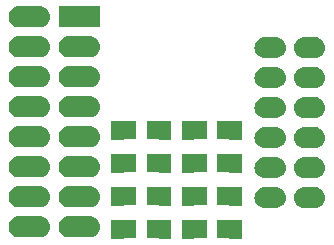
<source format=gbr>
G04 #@! TF.GenerationSoftware,KiCad,Pcbnew,5.1.5-52549c5~84~ubuntu19.10.1*
G04 #@! TF.CreationDate,2020-04-09T07:07:28-07:00*
G04 #@! TF.ProjectId,hub-75-pmod,6875622d-3735-42d7-906d-6f642e6b6963,rev?*
G04 #@! TF.SameCoordinates,PX2857260PY1dea728*
G04 #@! TF.FileFunction,Soldermask,Bot*
G04 #@! TF.FilePolarity,Negative*
%FSLAX46Y46*%
G04 Gerber Fmt 4.6, Leading zero omitted, Abs format (unit mm)*
G04 Created by KiCad (PCBNEW 5.1.5-52549c5~84~ubuntu19.10.1) date 2020-04-09 07:07:28*
%MOMM*%
%LPD*%
G04 APERTURE LIST*
%ADD10C,0.100000*%
G04 APERTURE END LIST*
D10*
G36*
X15899999Y-19011737D02*
G01*
X15909608Y-19014652D01*
X15918472Y-19019390D01*
X15935370Y-19033258D01*
X15935459Y-19033347D01*
X15935571Y-19033423D01*
X15935757Y-19033575D01*
X15935771Y-19033557D01*
X15955786Y-19047033D01*
X15978392Y-19056489D01*
X16002408Y-19061354D01*
X16015097Y-19062000D01*
X16940000Y-19062000D01*
X16940000Y-20562000D01*
X16015089Y-20562000D01*
X15990703Y-20564402D01*
X15967254Y-20571515D01*
X15945643Y-20583066D01*
X15935690Y-20590456D01*
X15926275Y-20598199D01*
X15918516Y-20604581D01*
X15909661Y-20609326D01*
X15906623Y-20610251D01*
X15900085Y-20612242D01*
X15900082Y-20612242D01*
X15900050Y-20612252D01*
X15890000Y-20613247D01*
X15889935Y-20613247D01*
X15883825Y-20613852D01*
X14896140Y-20613852D01*
X14880001Y-20612263D01*
X14870392Y-20609348D01*
X14861528Y-20604610D01*
X14853763Y-20598237D01*
X14847390Y-20590472D01*
X14842652Y-20581608D01*
X14839737Y-20571999D01*
X14838148Y-20555860D01*
X14838148Y-19068140D01*
X14839737Y-19052001D01*
X14842652Y-19042392D01*
X14847390Y-19033528D01*
X14853763Y-19025763D01*
X14861528Y-19019390D01*
X14870392Y-19014652D01*
X14880001Y-19011737D01*
X14896140Y-19010148D01*
X15883860Y-19010148D01*
X15899999Y-19011737D01*
G37*
G36*
X13930999Y-19011737D02*
G01*
X13940608Y-19014652D01*
X13949472Y-19019390D01*
X13957237Y-19025763D01*
X13963610Y-19033528D01*
X13968348Y-19042392D01*
X13971263Y-19052001D01*
X13972852Y-19068140D01*
X13972852Y-20555860D01*
X13971263Y-20571999D01*
X13968348Y-20581608D01*
X13963610Y-20590472D01*
X13957237Y-20598237D01*
X13949472Y-20604610D01*
X13940608Y-20609348D01*
X13930999Y-20612263D01*
X13914860Y-20613852D01*
X12927140Y-20613852D01*
X12911001Y-20612263D01*
X12901392Y-20609348D01*
X12892528Y-20604610D01*
X12875630Y-20590742D01*
X12875541Y-20590653D01*
X12875429Y-20590577D01*
X12875243Y-20590425D01*
X12875229Y-20590443D01*
X12855214Y-20576967D01*
X12832608Y-20567511D01*
X12808592Y-20562646D01*
X12795903Y-20562000D01*
X11871000Y-20562000D01*
X11871000Y-19062000D01*
X12795911Y-19062000D01*
X12820297Y-19059598D01*
X12843746Y-19052485D01*
X12865357Y-19040934D01*
X12875310Y-19033544D01*
X12885165Y-19025439D01*
X12892484Y-19019419D01*
X12901339Y-19014674D01*
X12904377Y-19013749D01*
X12910915Y-19011758D01*
X12910918Y-19011758D01*
X12910950Y-19011748D01*
X12921000Y-19010753D01*
X12921065Y-19010753D01*
X12927175Y-19010148D01*
X13914860Y-19010148D01*
X13930999Y-19011737D01*
G37*
G36*
X9930999Y-19011737D02*
G01*
X9940608Y-19014652D01*
X9949472Y-19019390D01*
X9966370Y-19033258D01*
X9966459Y-19033347D01*
X9966571Y-19033423D01*
X9966757Y-19033575D01*
X9966771Y-19033557D01*
X9986786Y-19047033D01*
X10009392Y-19056489D01*
X10033408Y-19061354D01*
X10046097Y-19062000D01*
X10971000Y-19062000D01*
X10971000Y-20562000D01*
X10046089Y-20562000D01*
X10021703Y-20564402D01*
X9998254Y-20571515D01*
X9976643Y-20583066D01*
X9966690Y-20590456D01*
X9957275Y-20598199D01*
X9949516Y-20604581D01*
X9940661Y-20609326D01*
X9937623Y-20610251D01*
X9931085Y-20612242D01*
X9931082Y-20612242D01*
X9931050Y-20612252D01*
X9921000Y-20613247D01*
X9920935Y-20613247D01*
X9914825Y-20613852D01*
X8927140Y-20613852D01*
X8911001Y-20612263D01*
X8901392Y-20609348D01*
X8892528Y-20604610D01*
X8884763Y-20598237D01*
X8878390Y-20590472D01*
X8873652Y-20581608D01*
X8870737Y-20571999D01*
X8869148Y-20555860D01*
X8869148Y-19068140D01*
X8870737Y-19052001D01*
X8873652Y-19042392D01*
X8878390Y-19033528D01*
X8884763Y-19025763D01*
X8892528Y-19019390D01*
X8901392Y-19014652D01*
X8911001Y-19011737D01*
X8927140Y-19010148D01*
X9914860Y-19010148D01*
X9930999Y-19011737D01*
G37*
G36*
X19899999Y-19011737D02*
G01*
X19909608Y-19014652D01*
X19918472Y-19019390D01*
X19926237Y-19025763D01*
X19932610Y-19033528D01*
X19937348Y-19042392D01*
X19940263Y-19052001D01*
X19941852Y-19068140D01*
X19941852Y-20555860D01*
X19940263Y-20571999D01*
X19937348Y-20581608D01*
X19932610Y-20590472D01*
X19926237Y-20598237D01*
X19918472Y-20604610D01*
X19909608Y-20609348D01*
X19899999Y-20612263D01*
X19883860Y-20613852D01*
X18896140Y-20613852D01*
X18880001Y-20612263D01*
X18870392Y-20609348D01*
X18861528Y-20604610D01*
X18844630Y-20590742D01*
X18844541Y-20590653D01*
X18844429Y-20590577D01*
X18844243Y-20590425D01*
X18844229Y-20590443D01*
X18824214Y-20576967D01*
X18801608Y-20567511D01*
X18777592Y-20562646D01*
X18764903Y-20562000D01*
X17840000Y-20562000D01*
X17840000Y-19062000D01*
X18764911Y-19062000D01*
X18789297Y-19059598D01*
X18812746Y-19052485D01*
X18834357Y-19040934D01*
X18844310Y-19033544D01*
X18854165Y-19025439D01*
X18861484Y-19019419D01*
X18870339Y-19014674D01*
X18873377Y-19013749D01*
X18879915Y-19011758D01*
X18879918Y-19011758D01*
X18879950Y-19011748D01*
X18890000Y-19010753D01*
X18890065Y-19010753D01*
X18896175Y-19010148D01*
X19883860Y-19010148D01*
X19899999Y-19011737D01*
G37*
G36*
X2894442Y-18715518D02*
G01*
X2960627Y-18722037D01*
X3130466Y-18773557D01*
X3286991Y-18857222D01*
X3322729Y-18886552D01*
X3424186Y-18969814D01*
X3483748Y-19042392D01*
X3536778Y-19107009D01*
X3620443Y-19263534D01*
X3671963Y-19433373D01*
X3689359Y-19610000D01*
X3671963Y-19786627D01*
X3620443Y-19956466D01*
X3536778Y-20112991D01*
X3507448Y-20148729D01*
X3424186Y-20250186D01*
X3322729Y-20333448D01*
X3286991Y-20362778D01*
X3130466Y-20446443D01*
X2960627Y-20497963D01*
X2894442Y-20504482D01*
X2828260Y-20511000D01*
X1039740Y-20511000D01*
X973558Y-20504482D01*
X907373Y-20497963D01*
X737534Y-20446443D01*
X581009Y-20362778D01*
X545271Y-20333448D01*
X443814Y-20250186D01*
X360552Y-20148729D01*
X331222Y-20112991D01*
X247557Y-19956466D01*
X196037Y-19786627D01*
X178641Y-19610000D01*
X196037Y-19433373D01*
X247557Y-19263534D01*
X331222Y-19107009D01*
X384252Y-19042392D01*
X443814Y-18969814D01*
X545271Y-18886552D01*
X581009Y-18857222D01*
X737534Y-18773557D01*
X907373Y-18722037D01*
X973557Y-18715519D01*
X1039740Y-18709000D01*
X2828260Y-18709000D01*
X2894442Y-18715518D01*
G37*
G36*
X7134442Y-18715518D02*
G01*
X7200627Y-18722037D01*
X7370466Y-18773557D01*
X7526991Y-18857222D01*
X7562729Y-18886552D01*
X7664186Y-18969814D01*
X7723748Y-19042392D01*
X7776778Y-19107009D01*
X7860443Y-19263534D01*
X7911963Y-19433373D01*
X7929359Y-19610000D01*
X7911963Y-19786627D01*
X7860443Y-19956466D01*
X7776778Y-20112991D01*
X7747448Y-20148729D01*
X7664186Y-20250186D01*
X7562729Y-20333448D01*
X7526991Y-20362778D01*
X7370466Y-20446443D01*
X7200627Y-20497963D01*
X7134442Y-20504482D01*
X7068260Y-20511000D01*
X5279740Y-20511000D01*
X5213558Y-20504482D01*
X5147373Y-20497963D01*
X4977534Y-20446443D01*
X4821009Y-20362778D01*
X4785271Y-20333448D01*
X4683814Y-20250186D01*
X4600552Y-20148729D01*
X4571222Y-20112991D01*
X4487557Y-19956466D01*
X4436037Y-19786627D01*
X4418641Y-19610000D01*
X4436037Y-19433373D01*
X4487557Y-19263534D01*
X4571222Y-19107009D01*
X4624252Y-19042392D01*
X4683814Y-18969814D01*
X4785271Y-18886552D01*
X4821009Y-18857222D01*
X4977534Y-18773557D01*
X5147373Y-18722037D01*
X5213557Y-18715519D01*
X5279740Y-18709000D01*
X7068260Y-18709000D01*
X7134442Y-18715518D01*
G37*
G36*
X26194442Y-16250518D02*
G01*
X26260627Y-16257037D01*
X26430466Y-16308557D01*
X26586991Y-16392222D01*
X26622729Y-16421552D01*
X26724186Y-16504814D01*
X26807448Y-16606271D01*
X26836778Y-16642009D01*
X26920443Y-16798534D01*
X26971963Y-16968373D01*
X26989359Y-17145000D01*
X26971963Y-17321627D01*
X26920443Y-17491466D01*
X26836778Y-17647991D01*
X26807448Y-17683729D01*
X26724186Y-17785186D01*
X26622729Y-17868448D01*
X26586991Y-17897778D01*
X26430466Y-17981443D01*
X26260627Y-18032963D01*
X26194442Y-18039482D01*
X26128260Y-18046000D01*
X25199740Y-18046000D01*
X25133558Y-18039482D01*
X25067373Y-18032963D01*
X24897534Y-17981443D01*
X24741009Y-17897778D01*
X24705271Y-17868448D01*
X24603814Y-17785186D01*
X24520552Y-17683729D01*
X24491222Y-17647991D01*
X24407557Y-17491466D01*
X24356037Y-17321627D01*
X24338641Y-17145000D01*
X24356037Y-16968373D01*
X24407557Y-16798534D01*
X24491222Y-16642009D01*
X24520552Y-16606271D01*
X24603814Y-16504814D01*
X24705271Y-16421552D01*
X24741009Y-16392222D01*
X24897534Y-16308557D01*
X25067373Y-16257037D01*
X25133557Y-16250519D01*
X25199740Y-16244000D01*
X26128260Y-16244000D01*
X26194442Y-16250518D01*
G37*
G36*
X22854442Y-16250518D02*
G01*
X22920627Y-16257037D01*
X23090466Y-16308557D01*
X23246991Y-16392222D01*
X23282729Y-16421552D01*
X23384186Y-16504814D01*
X23467448Y-16606271D01*
X23496778Y-16642009D01*
X23580443Y-16798534D01*
X23631963Y-16968373D01*
X23649359Y-17145000D01*
X23631963Y-17321627D01*
X23580443Y-17491466D01*
X23496778Y-17647991D01*
X23467448Y-17683729D01*
X23384186Y-17785186D01*
X23282729Y-17868448D01*
X23246991Y-17897778D01*
X23090466Y-17981443D01*
X22920627Y-18032963D01*
X22854442Y-18039482D01*
X22788260Y-18046000D01*
X21859740Y-18046000D01*
X21793558Y-18039482D01*
X21727373Y-18032963D01*
X21557534Y-17981443D01*
X21401009Y-17897778D01*
X21365271Y-17868448D01*
X21263814Y-17785186D01*
X21180552Y-17683729D01*
X21151222Y-17647991D01*
X21067557Y-17491466D01*
X21016037Y-17321627D01*
X20998641Y-17145000D01*
X21016037Y-16968373D01*
X21067557Y-16798534D01*
X21151222Y-16642009D01*
X21180552Y-16606271D01*
X21263814Y-16504814D01*
X21365271Y-16421552D01*
X21401009Y-16392222D01*
X21557534Y-16308557D01*
X21727373Y-16257037D01*
X21793557Y-16250519D01*
X21859740Y-16244000D01*
X22788260Y-16244000D01*
X22854442Y-16250518D01*
G37*
G36*
X7134442Y-16175518D02*
G01*
X7200627Y-16182037D01*
X7370466Y-16233557D01*
X7370468Y-16233558D01*
X7398215Y-16248389D01*
X7526991Y-16317222D01*
X7562729Y-16346552D01*
X7664186Y-16429814D01*
X7747448Y-16531271D01*
X7776778Y-16567009D01*
X7860443Y-16723534D01*
X7911963Y-16893373D01*
X7929359Y-17070000D01*
X7911963Y-17246627D01*
X7860443Y-17416466D01*
X7776778Y-17572991D01*
X7747448Y-17608729D01*
X7664186Y-17710186D01*
X7569842Y-17787611D01*
X7526991Y-17822778D01*
X7370466Y-17906443D01*
X7200627Y-17957963D01*
X7134443Y-17964481D01*
X7068260Y-17971000D01*
X5279740Y-17971000D01*
X5213558Y-17964482D01*
X5147373Y-17957963D01*
X4977534Y-17906443D01*
X4821009Y-17822778D01*
X4778158Y-17787611D01*
X4683814Y-17710186D01*
X4600552Y-17608729D01*
X4571222Y-17572991D01*
X4487557Y-17416466D01*
X4436037Y-17246627D01*
X4418641Y-17070000D01*
X4436037Y-16893373D01*
X4487557Y-16723534D01*
X4571222Y-16567009D01*
X4600552Y-16531271D01*
X4683814Y-16429814D01*
X4785271Y-16346552D01*
X4821009Y-16317222D01*
X4949785Y-16248389D01*
X4977532Y-16233558D01*
X4977534Y-16233557D01*
X5147373Y-16182037D01*
X5213558Y-16175518D01*
X5279740Y-16169000D01*
X7068260Y-16169000D01*
X7134442Y-16175518D01*
G37*
G36*
X2894442Y-16175518D02*
G01*
X2960627Y-16182037D01*
X3130466Y-16233557D01*
X3130468Y-16233558D01*
X3158215Y-16248389D01*
X3286991Y-16317222D01*
X3322729Y-16346552D01*
X3424186Y-16429814D01*
X3507448Y-16531271D01*
X3536778Y-16567009D01*
X3620443Y-16723534D01*
X3671963Y-16893373D01*
X3689359Y-17070000D01*
X3671963Y-17246627D01*
X3620443Y-17416466D01*
X3536778Y-17572991D01*
X3507448Y-17608729D01*
X3424186Y-17710186D01*
X3329842Y-17787611D01*
X3286991Y-17822778D01*
X3130466Y-17906443D01*
X2960627Y-17957963D01*
X2894443Y-17964481D01*
X2828260Y-17971000D01*
X1039740Y-17971000D01*
X973558Y-17964482D01*
X907373Y-17957963D01*
X737534Y-17906443D01*
X581009Y-17822778D01*
X538158Y-17787611D01*
X443814Y-17710186D01*
X360552Y-17608729D01*
X331222Y-17572991D01*
X247557Y-17416466D01*
X196037Y-17246627D01*
X178641Y-17070000D01*
X196037Y-16893373D01*
X247557Y-16723534D01*
X331222Y-16567009D01*
X360552Y-16531271D01*
X443814Y-16429814D01*
X545271Y-16346552D01*
X581009Y-16317222D01*
X709785Y-16248389D01*
X737532Y-16233558D01*
X737534Y-16233557D01*
X907373Y-16182037D01*
X973558Y-16175518D01*
X1039740Y-16169000D01*
X2828260Y-16169000D01*
X2894442Y-16175518D01*
G37*
G36*
X9930999Y-16217737D02*
G01*
X9940608Y-16220652D01*
X9949472Y-16225390D01*
X9966370Y-16239258D01*
X9966459Y-16239347D01*
X9966571Y-16239423D01*
X9966757Y-16239575D01*
X9966771Y-16239557D01*
X9986786Y-16253033D01*
X10009392Y-16262489D01*
X10033408Y-16267354D01*
X10046097Y-16268000D01*
X10971000Y-16268000D01*
X10971000Y-17768000D01*
X10046089Y-17768000D01*
X10021703Y-17770402D01*
X9998254Y-17777515D01*
X9976643Y-17789066D01*
X9966690Y-17796456D01*
X9957275Y-17804199D01*
X9949516Y-17810581D01*
X9940661Y-17815326D01*
X9937623Y-17816251D01*
X9931085Y-17818242D01*
X9931082Y-17818242D01*
X9931050Y-17818252D01*
X9921000Y-17819247D01*
X9920935Y-17819247D01*
X9914825Y-17819852D01*
X8927140Y-17819852D01*
X8911001Y-17818263D01*
X8901392Y-17815348D01*
X8892528Y-17810610D01*
X8884763Y-17804237D01*
X8878390Y-17796472D01*
X8873652Y-17787608D01*
X8870737Y-17777999D01*
X8869148Y-17761860D01*
X8869148Y-16274140D01*
X8870737Y-16258001D01*
X8873652Y-16248392D01*
X8878390Y-16239528D01*
X8884763Y-16231763D01*
X8892528Y-16225390D01*
X8901392Y-16220652D01*
X8911001Y-16217737D01*
X8927140Y-16216148D01*
X9914860Y-16216148D01*
X9930999Y-16217737D01*
G37*
G36*
X19899999Y-16217737D02*
G01*
X19909608Y-16220652D01*
X19918472Y-16225390D01*
X19926237Y-16231763D01*
X19932610Y-16239528D01*
X19937348Y-16248392D01*
X19940263Y-16258001D01*
X19941852Y-16274140D01*
X19941852Y-17761860D01*
X19940263Y-17777999D01*
X19937348Y-17787608D01*
X19932610Y-17796472D01*
X19926237Y-17804237D01*
X19918472Y-17810610D01*
X19909608Y-17815348D01*
X19899999Y-17818263D01*
X19883860Y-17819852D01*
X18896140Y-17819852D01*
X18880001Y-17818263D01*
X18870392Y-17815348D01*
X18861528Y-17810610D01*
X18844630Y-17796742D01*
X18844541Y-17796653D01*
X18844429Y-17796577D01*
X18844243Y-17796425D01*
X18844229Y-17796443D01*
X18824214Y-17782967D01*
X18801608Y-17773511D01*
X18777592Y-17768646D01*
X18764903Y-17768000D01*
X17840000Y-17768000D01*
X17840000Y-16268000D01*
X18764911Y-16268000D01*
X18789297Y-16265598D01*
X18812746Y-16258485D01*
X18834357Y-16246934D01*
X18844310Y-16239544D01*
X18854165Y-16231439D01*
X18861484Y-16225419D01*
X18870339Y-16220674D01*
X18873377Y-16219749D01*
X18879915Y-16217758D01*
X18879918Y-16217758D01*
X18879950Y-16217748D01*
X18890000Y-16216753D01*
X18890065Y-16216753D01*
X18896175Y-16216148D01*
X19883860Y-16216148D01*
X19899999Y-16217737D01*
G37*
G36*
X13930999Y-16217737D02*
G01*
X13940608Y-16220652D01*
X13949472Y-16225390D01*
X13957237Y-16231763D01*
X13963610Y-16239528D01*
X13968348Y-16248392D01*
X13971263Y-16258001D01*
X13972852Y-16274140D01*
X13972852Y-17761860D01*
X13971263Y-17777999D01*
X13968348Y-17787608D01*
X13963610Y-17796472D01*
X13957237Y-17804237D01*
X13949472Y-17810610D01*
X13940608Y-17815348D01*
X13930999Y-17818263D01*
X13914860Y-17819852D01*
X12927140Y-17819852D01*
X12911001Y-17818263D01*
X12901392Y-17815348D01*
X12892528Y-17810610D01*
X12875630Y-17796742D01*
X12875541Y-17796653D01*
X12875429Y-17796577D01*
X12875243Y-17796425D01*
X12875229Y-17796443D01*
X12855214Y-17782967D01*
X12832608Y-17773511D01*
X12808592Y-17768646D01*
X12795903Y-17768000D01*
X11871000Y-17768000D01*
X11871000Y-16268000D01*
X12795911Y-16268000D01*
X12820297Y-16265598D01*
X12843746Y-16258485D01*
X12865357Y-16246934D01*
X12875310Y-16239544D01*
X12885165Y-16231439D01*
X12892484Y-16225419D01*
X12901339Y-16220674D01*
X12904377Y-16219749D01*
X12910915Y-16217758D01*
X12910918Y-16217758D01*
X12910950Y-16217748D01*
X12921000Y-16216753D01*
X12921065Y-16216753D01*
X12927175Y-16216148D01*
X13914860Y-16216148D01*
X13930999Y-16217737D01*
G37*
G36*
X15899999Y-16217737D02*
G01*
X15909608Y-16220652D01*
X15918472Y-16225390D01*
X15935370Y-16239258D01*
X15935459Y-16239347D01*
X15935571Y-16239423D01*
X15935757Y-16239575D01*
X15935771Y-16239557D01*
X15955786Y-16253033D01*
X15978392Y-16262489D01*
X16002408Y-16267354D01*
X16015097Y-16268000D01*
X16940000Y-16268000D01*
X16940000Y-17768000D01*
X16015089Y-17768000D01*
X15990703Y-17770402D01*
X15967254Y-17777515D01*
X15945643Y-17789066D01*
X15935690Y-17796456D01*
X15926275Y-17804199D01*
X15918516Y-17810581D01*
X15909661Y-17815326D01*
X15906623Y-17816251D01*
X15900085Y-17818242D01*
X15900082Y-17818242D01*
X15900050Y-17818252D01*
X15890000Y-17819247D01*
X15889935Y-17819247D01*
X15883825Y-17819852D01*
X14896140Y-17819852D01*
X14880001Y-17818263D01*
X14870392Y-17815348D01*
X14861528Y-17810610D01*
X14853763Y-17804237D01*
X14847390Y-17796472D01*
X14842652Y-17787608D01*
X14839737Y-17777999D01*
X14838148Y-17761860D01*
X14838148Y-16274140D01*
X14839737Y-16258001D01*
X14842652Y-16248392D01*
X14847390Y-16239528D01*
X14853763Y-16231763D01*
X14861528Y-16225390D01*
X14870392Y-16220652D01*
X14880001Y-16217737D01*
X14896140Y-16216148D01*
X15883860Y-16216148D01*
X15899999Y-16217737D01*
G37*
G36*
X26194443Y-13710519D02*
G01*
X26260627Y-13717037D01*
X26430466Y-13768557D01*
X26586991Y-13852222D01*
X26622729Y-13881552D01*
X26724186Y-13964814D01*
X26807448Y-14066271D01*
X26836778Y-14102009D01*
X26920443Y-14258534D01*
X26971963Y-14428373D01*
X26989359Y-14605000D01*
X26971963Y-14781627D01*
X26920443Y-14951466D01*
X26836778Y-15107991D01*
X26807448Y-15143729D01*
X26724186Y-15245186D01*
X26622729Y-15328448D01*
X26586991Y-15357778D01*
X26430466Y-15441443D01*
X26260627Y-15492963D01*
X26194442Y-15499482D01*
X26128260Y-15506000D01*
X25199740Y-15506000D01*
X25133558Y-15499482D01*
X25067373Y-15492963D01*
X24897534Y-15441443D01*
X24741009Y-15357778D01*
X24705271Y-15328448D01*
X24603814Y-15245186D01*
X24520552Y-15143729D01*
X24491222Y-15107991D01*
X24407557Y-14951466D01*
X24356037Y-14781627D01*
X24338641Y-14605000D01*
X24356037Y-14428373D01*
X24407557Y-14258534D01*
X24491222Y-14102009D01*
X24520552Y-14066271D01*
X24603814Y-13964814D01*
X24705271Y-13881552D01*
X24741009Y-13852222D01*
X24897534Y-13768557D01*
X25067373Y-13717037D01*
X25133557Y-13710519D01*
X25199740Y-13704000D01*
X26128260Y-13704000D01*
X26194443Y-13710519D01*
G37*
G36*
X22854443Y-13710519D02*
G01*
X22920627Y-13717037D01*
X23090466Y-13768557D01*
X23246991Y-13852222D01*
X23282729Y-13881552D01*
X23384186Y-13964814D01*
X23467448Y-14066271D01*
X23496778Y-14102009D01*
X23580443Y-14258534D01*
X23631963Y-14428373D01*
X23649359Y-14605000D01*
X23631963Y-14781627D01*
X23580443Y-14951466D01*
X23496778Y-15107991D01*
X23467448Y-15143729D01*
X23384186Y-15245186D01*
X23282729Y-15328448D01*
X23246991Y-15357778D01*
X23090466Y-15441443D01*
X22920627Y-15492963D01*
X22854442Y-15499482D01*
X22788260Y-15506000D01*
X21859740Y-15506000D01*
X21793558Y-15499482D01*
X21727373Y-15492963D01*
X21557534Y-15441443D01*
X21401009Y-15357778D01*
X21365271Y-15328448D01*
X21263814Y-15245186D01*
X21180552Y-15143729D01*
X21151222Y-15107991D01*
X21067557Y-14951466D01*
X21016037Y-14781627D01*
X20998641Y-14605000D01*
X21016037Y-14428373D01*
X21067557Y-14258534D01*
X21151222Y-14102009D01*
X21180552Y-14066271D01*
X21263814Y-13964814D01*
X21365271Y-13881552D01*
X21401009Y-13852222D01*
X21557534Y-13768557D01*
X21727373Y-13717037D01*
X21793557Y-13710519D01*
X21859740Y-13704000D01*
X22788260Y-13704000D01*
X22854443Y-13710519D01*
G37*
G36*
X7134442Y-13635518D02*
G01*
X7200627Y-13642037D01*
X7370466Y-13693557D01*
X7526991Y-13777222D01*
X7562729Y-13806552D01*
X7664186Y-13889814D01*
X7747448Y-13991271D01*
X7776778Y-14027009D01*
X7860443Y-14183534D01*
X7911963Y-14353373D01*
X7929359Y-14530000D01*
X7911963Y-14706627D01*
X7860443Y-14876466D01*
X7776778Y-15032991D01*
X7747448Y-15068729D01*
X7664186Y-15170186D01*
X7572798Y-15245185D01*
X7526991Y-15282778D01*
X7370466Y-15366443D01*
X7200627Y-15417963D01*
X7134442Y-15424482D01*
X7068260Y-15431000D01*
X5279740Y-15431000D01*
X5213558Y-15424482D01*
X5147373Y-15417963D01*
X4977534Y-15366443D01*
X4821009Y-15282778D01*
X4775202Y-15245185D01*
X4683814Y-15170186D01*
X4600552Y-15068729D01*
X4571222Y-15032991D01*
X4487557Y-14876466D01*
X4436037Y-14706627D01*
X4418641Y-14530000D01*
X4436037Y-14353373D01*
X4487557Y-14183534D01*
X4571222Y-14027009D01*
X4600552Y-13991271D01*
X4683814Y-13889814D01*
X4785271Y-13806552D01*
X4821009Y-13777222D01*
X4977534Y-13693557D01*
X5147373Y-13642037D01*
X5213558Y-13635518D01*
X5279740Y-13629000D01*
X7068260Y-13629000D01*
X7134442Y-13635518D01*
G37*
G36*
X2894442Y-13635518D02*
G01*
X2960627Y-13642037D01*
X3130466Y-13693557D01*
X3286991Y-13777222D01*
X3322729Y-13806552D01*
X3424186Y-13889814D01*
X3507448Y-13991271D01*
X3536778Y-14027009D01*
X3620443Y-14183534D01*
X3671963Y-14353373D01*
X3689359Y-14530000D01*
X3671963Y-14706627D01*
X3620443Y-14876466D01*
X3536778Y-15032991D01*
X3507448Y-15068729D01*
X3424186Y-15170186D01*
X3332798Y-15245185D01*
X3286991Y-15282778D01*
X3130466Y-15366443D01*
X2960627Y-15417963D01*
X2894442Y-15424482D01*
X2828260Y-15431000D01*
X1039740Y-15431000D01*
X973558Y-15424482D01*
X907373Y-15417963D01*
X737534Y-15366443D01*
X581009Y-15282778D01*
X535202Y-15245185D01*
X443814Y-15170186D01*
X360552Y-15068729D01*
X331222Y-15032991D01*
X247557Y-14876466D01*
X196037Y-14706627D01*
X178641Y-14530000D01*
X196037Y-14353373D01*
X247557Y-14183534D01*
X331222Y-14027009D01*
X360552Y-13991271D01*
X443814Y-13889814D01*
X545271Y-13806552D01*
X581009Y-13777222D01*
X737534Y-13693557D01*
X907373Y-13642037D01*
X973558Y-13635518D01*
X1039740Y-13629000D01*
X2828260Y-13629000D01*
X2894442Y-13635518D01*
G37*
G36*
X15899999Y-13423737D02*
G01*
X15909608Y-13426652D01*
X15918472Y-13431390D01*
X15935370Y-13445258D01*
X15935459Y-13445347D01*
X15935571Y-13445423D01*
X15935757Y-13445575D01*
X15935771Y-13445557D01*
X15955786Y-13459033D01*
X15978392Y-13468489D01*
X16002408Y-13473354D01*
X16015097Y-13474000D01*
X16940000Y-13474000D01*
X16940000Y-14974000D01*
X16015089Y-14974000D01*
X15990703Y-14976402D01*
X15967254Y-14983515D01*
X15945643Y-14995066D01*
X15935690Y-15002456D01*
X15926275Y-15010199D01*
X15918516Y-15016581D01*
X15909661Y-15021326D01*
X15906623Y-15022251D01*
X15900085Y-15024242D01*
X15900082Y-15024242D01*
X15900050Y-15024252D01*
X15890000Y-15025247D01*
X15889935Y-15025247D01*
X15883825Y-15025852D01*
X14896140Y-15025852D01*
X14880001Y-15024263D01*
X14870392Y-15021348D01*
X14861528Y-15016610D01*
X14853763Y-15010237D01*
X14847390Y-15002472D01*
X14842652Y-14993608D01*
X14839737Y-14983999D01*
X14838148Y-14967860D01*
X14838148Y-13480140D01*
X14839737Y-13464001D01*
X14842652Y-13454392D01*
X14847390Y-13445528D01*
X14853763Y-13437763D01*
X14861528Y-13431390D01*
X14870392Y-13426652D01*
X14880001Y-13423737D01*
X14896140Y-13422148D01*
X15883860Y-13422148D01*
X15899999Y-13423737D01*
G37*
G36*
X13930999Y-13423737D02*
G01*
X13940608Y-13426652D01*
X13949472Y-13431390D01*
X13957237Y-13437763D01*
X13963610Y-13445528D01*
X13968348Y-13454392D01*
X13971263Y-13464001D01*
X13972852Y-13480140D01*
X13972852Y-14967860D01*
X13971263Y-14983999D01*
X13968348Y-14993608D01*
X13963610Y-15002472D01*
X13957237Y-15010237D01*
X13949472Y-15016610D01*
X13940608Y-15021348D01*
X13930999Y-15024263D01*
X13914860Y-15025852D01*
X12927140Y-15025852D01*
X12911001Y-15024263D01*
X12901392Y-15021348D01*
X12892528Y-15016610D01*
X12875630Y-15002742D01*
X12875541Y-15002653D01*
X12875429Y-15002577D01*
X12875243Y-15002425D01*
X12875229Y-15002443D01*
X12855214Y-14988967D01*
X12832608Y-14979511D01*
X12808592Y-14974646D01*
X12795903Y-14974000D01*
X11871000Y-14974000D01*
X11871000Y-13474000D01*
X12795911Y-13474000D01*
X12820297Y-13471598D01*
X12843746Y-13464485D01*
X12865357Y-13452934D01*
X12875310Y-13445544D01*
X12885165Y-13437439D01*
X12892484Y-13431419D01*
X12901339Y-13426674D01*
X12904377Y-13425749D01*
X12910915Y-13423758D01*
X12910918Y-13423758D01*
X12910950Y-13423748D01*
X12921000Y-13422753D01*
X12921065Y-13422753D01*
X12927175Y-13422148D01*
X13914860Y-13422148D01*
X13930999Y-13423737D01*
G37*
G36*
X9930999Y-13423737D02*
G01*
X9940608Y-13426652D01*
X9949472Y-13431390D01*
X9966370Y-13445258D01*
X9966459Y-13445347D01*
X9966571Y-13445423D01*
X9966757Y-13445575D01*
X9966771Y-13445557D01*
X9986786Y-13459033D01*
X10009392Y-13468489D01*
X10033408Y-13473354D01*
X10046097Y-13474000D01*
X10971000Y-13474000D01*
X10971000Y-14974000D01*
X10046089Y-14974000D01*
X10021703Y-14976402D01*
X9998254Y-14983515D01*
X9976643Y-14995066D01*
X9966690Y-15002456D01*
X9957275Y-15010199D01*
X9949516Y-15016581D01*
X9940661Y-15021326D01*
X9937623Y-15022251D01*
X9931085Y-15024242D01*
X9931082Y-15024242D01*
X9931050Y-15024252D01*
X9921000Y-15025247D01*
X9920935Y-15025247D01*
X9914825Y-15025852D01*
X8927140Y-15025852D01*
X8911001Y-15024263D01*
X8901392Y-15021348D01*
X8892528Y-15016610D01*
X8884763Y-15010237D01*
X8878390Y-15002472D01*
X8873652Y-14993608D01*
X8870737Y-14983999D01*
X8869148Y-14967860D01*
X8869148Y-13480140D01*
X8870737Y-13464001D01*
X8873652Y-13454392D01*
X8878390Y-13445528D01*
X8884763Y-13437763D01*
X8892528Y-13431390D01*
X8901392Y-13426652D01*
X8911001Y-13423737D01*
X8927140Y-13422148D01*
X9914860Y-13422148D01*
X9930999Y-13423737D01*
G37*
G36*
X19899999Y-13423737D02*
G01*
X19909608Y-13426652D01*
X19918472Y-13431390D01*
X19926237Y-13437763D01*
X19932610Y-13445528D01*
X19937348Y-13454392D01*
X19940263Y-13464001D01*
X19941852Y-13480140D01*
X19941852Y-14967860D01*
X19940263Y-14983999D01*
X19937348Y-14993608D01*
X19932610Y-15002472D01*
X19926237Y-15010237D01*
X19918472Y-15016610D01*
X19909608Y-15021348D01*
X19899999Y-15024263D01*
X19883860Y-15025852D01*
X18896140Y-15025852D01*
X18880001Y-15024263D01*
X18870392Y-15021348D01*
X18861528Y-15016610D01*
X18844630Y-15002742D01*
X18844541Y-15002653D01*
X18844429Y-15002577D01*
X18844243Y-15002425D01*
X18844229Y-15002443D01*
X18824214Y-14988967D01*
X18801608Y-14979511D01*
X18777592Y-14974646D01*
X18764903Y-14974000D01*
X17840000Y-14974000D01*
X17840000Y-13474000D01*
X18764911Y-13474000D01*
X18789297Y-13471598D01*
X18812746Y-13464485D01*
X18834357Y-13452934D01*
X18844310Y-13445544D01*
X18854165Y-13437439D01*
X18861484Y-13431419D01*
X18870339Y-13426674D01*
X18873377Y-13425749D01*
X18879915Y-13423758D01*
X18879918Y-13423758D01*
X18879950Y-13423748D01*
X18890000Y-13422753D01*
X18890065Y-13422753D01*
X18896175Y-13422148D01*
X19883860Y-13422148D01*
X19899999Y-13423737D01*
G37*
G36*
X26194442Y-11170518D02*
G01*
X26260627Y-11177037D01*
X26430466Y-11228557D01*
X26586991Y-11312222D01*
X26622729Y-11341552D01*
X26724186Y-11424814D01*
X26807448Y-11526271D01*
X26836778Y-11562009D01*
X26920443Y-11718534D01*
X26971963Y-11888373D01*
X26989359Y-12065000D01*
X26971963Y-12241627D01*
X26920443Y-12411466D01*
X26836778Y-12567991D01*
X26807448Y-12603729D01*
X26724186Y-12705186D01*
X26622729Y-12788448D01*
X26586991Y-12817778D01*
X26430466Y-12901443D01*
X26260627Y-12952963D01*
X26194442Y-12959482D01*
X26128260Y-12966000D01*
X25199740Y-12966000D01*
X25133558Y-12959482D01*
X25067373Y-12952963D01*
X24897534Y-12901443D01*
X24741009Y-12817778D01*
X24705271Y-12788448D01*
X24603814Y-12705186D01*
X24520552Y-12603729D01*
X24491222Y-12567991D01*
X24407557Y-12411466D01*
X24356037Y-12241627D01*
X24338641Y-12065000D01*
X24356037Y-11888373D01*
X24407557Y-11718534D01*
X24491222Y-11562009D01*
X24520552Y-11526271D01*
X24603814Y-11424814D01*
X24705271Y-11341552D01*
X24741009Y-11312222D01*
X24897534Y-11228557D01*
X25067373Y-11177037D01*
X25133558Y-11170518D01*
X25199740Y-11164000D01*
X26128260Y-11164000D01*
X26194442Y-11170518D01*
G37*
G36*
X22854442Y-11170518D02*
G01*
X22920627Y-11177037D01*
X23090466Y-11228557D01*
X23246991Y-11312222D01*
X23282729Y-11341552D01*
X23384186Y-11424814D01*
X23467448Y-11526271D01*
X23496778Y-11562009D01*
X23580443Y-11718534D01*
X23631963Y-11888373D01*
X23649359Y-12065000D01*
X23631963Y-12241627D01*
X23580443Y-12411466D01*
X23496778Y-12567991D01*
X23467448Y-12603729D01*
X23384186Y-12705186D01*
X23282729Y-12788448D01*
X23246991Y-12817778D01*
X23090466Y-12901443D01*
X22920627Y-12952963D01*
X22854442Y-12959482D01*
X22788260Y-12966000D01*
X21859740Y-12966000D01*
X21793558Y-12959482D01*
X21727373Y-12952963D01*
X21557534Y-12901443D01*
X21401009Y-12817778D01*
X21365271Y-12788448D01*
X21263814Y-12705186D01*
X21180552Y-12603729D01*
X21151222Y-12567991D01*
X21067557Y-12411466D01*
X21016037Y-12241627D01*
X20998641Y-12065000D01*
X21016037Y-11888373D01*
X21067557Y-11718534D01*
X21151222Y-11562009D01*
X21180552Y-11526271D01*
X21263814Y-11424814D01*
X21365271Y-11341552D01*
X21401009Y-11312222D01*
X21557534Y-11228557D01*
X21727373Y-11177037D01*
X21793558Y-11170518D01*
X21859740Y-11164000D01*
X22788260Y-11164000D01*
X22854442Y-11170518D01*
G37*
G36*
X2894442Y-11095518D02*
G01*
X2960627Y-11102037D01*
X3130466Y-11153557D01*
X3286991Y-11237222D01*
X3322729Y-11266552D01*
X3424186Y-11349814D01*
X3506046Y-11449562D01*
X3536778Y-11487009D01*
X3620443Y-11643534D01*
X3671963Y-11813373D01*
X3689359Y-11990000D01*
X3671963Y-12166627D01*
X3620443Y-12336466D01*
X3536778Y-12492991D01*
X3507448Y-12528729D01*
X3424186Y-12630186D01*
X3332798Y-12705185D01*
X3286991Y-12742778D01*
X3130466Y-12826443D01*
X2960627Y-12877963D01*
X2894442Y-12884482D01*
X2828260Y-12891000D01*
X1039740Y-12891000D01*
X973558Y-12884482D01*
X907373Y-12877963D01*
X737534Y-12826443D01*
X581009Y-12742778D01*
X535202Y-12705185D01*
X443814Y-12630186D01*
X360552Y-12528729D01*
X331222Y-12492991D01*
X247557Y-12336466D01*
X196037Y-12166627D01*
X178641Y-11990000D01*
X196037Y-11813373D01*
X247557Y-11643534D01*
X331222Y-11487009D01*
X361954Y-11449562D01*
X443814Y-11349814D01*
X545271Y-11266552D01*
X581009Y-11237222D01*
X737534Y-11153557D01*
X907373Y-11102037D01*
X973558Y-11095518D01*
X1039740Y-11089000D01*
X2828260Y-11089000D01*
X2894442Y-11095518D01*
G37*
G36*
X7134442Y-11095518D02*
G01*
X7200627Y-11102037D01*
X7370466Y-11153557D01*
X7526991Y-11237222D01*
X7562729Y-11266552D01*
X7664186Y-11349814D01*
X7746046Y-11449562D01*
X7776778Y-11487009D01*
X7860443Y-11643534D01*
X7911963Y-11813373D01*
X7929359Y-11990000D01*
X7911963Y-12166627D01*
X7860443Y-12336466D01*
X7776778Y-12492991D01*
X7747448Y-12528729D01*
X7664186Y-12630186D01*
X7572798Y-12705185D01*
X7526991Y-12742778D01*
X7370466Y-12826443D01*
X7200627Y-12877963D01*
X7134442Y-12884482D01*
X7068260Y-12891000D01*
X5279740Y-12891000D01*
X5213558Y-12884482D01*
X5147373Y-12877963D01*
X4977534Y-12826443D01*
X4821009Y-12742778D01*
X4775202Y-12705185D01*
X4683814Y-12630186D01*
X4600552Y-12528729D01*
X4571222Y-12492991D01*
X4487557Y-12336466D01*
X4436037Y-12166627D01*
X4418641Y-11990000D01*
X4436037Y-11813373D01*
X4487557Y-11643534D01*
X4571222Y-11487009D01*
X4601954Y-11449562D01*
X4683814Y-11349814D01*
X4785271Y-11266552D01*
X4821009Y-11237222D01*
X4977534Y-11153557D01*
X5147373Y-11102037D01*
X5213558Y-11095518D01*
X5279740Y-11089000D01*
X7068260Y-11089000D01*
X7134442Y-11095518D01*
G37*
G36*
X13930999Y-10629737D02*
G01*
X13940608Y-10632652D01*
X13949472Y-10637390D01*
X13957237Y-10643763D01*
X13963610Y-10651528D01*
X13968348Y-10660392D01*
X13971263Y-10670001D01*
X13972852Y-10686140D01*
X13972852Y-12173860D01*
X13971263Y-12189999D01*
X13968348Y-12199608D01*
X13963610Y-12208472D01*
X13957237Y-12216237D01*
X13949472Y-12222610D01*
X13940608Y-12227348D01*
X13930999Y-12230263D01*
X13914860Y-12231852D01*
X12927140Y-12231852D01*
X12911001Y-12230263D01*
X12901392Y-12227348D01*
X12892528Y-12222610D01*
X12875630Y-12208742D01*
X12875541Y-12208653D01*
X12875429Y-12208577D01*
X12875243Y-12208425D01*
X12875229Y-12208443D01*
X12855214Y-12194967D01*
X12832608Y-12185511D01*
X12808592Y-12180646D01*
X12795903Y-12180000D01*
X11871000Y-12180000D01*
X11871000Y-10680000D01*
X12795911Y-10680000D01*
X12820297Y-10677598D01*
X12843746Y-10670485D01*
X12865357Y-10658934D01*
X12875310Y-10651544D01*
X12885165Y-10643439D01*
X12892484Y-10637419D01*
X12901339Y-10632674D01*
X12904377Y-10631749D01*
X12910915Y-10629758D01*
X12910918Y-10629758D01*
X12910950Y-10629748D01*
X12921000Y-10628753D01*
X12921065Y-10628753D01*
X12927175Y-10628148D01*
X13914860Y-10628148D01*
X13930999Y-10629737D01*
G37*
G36*
X9930999Y-10629737D02*
G01*
X9940608Y-10632652D01*
X9949472Y-10637390D01*
X9966370Y-10651258D01*
X9966459Y-10651347D01*
X9966571Y-10651423D01*
X9966757Y-10651575D01*
X9966771Y-10651557D01*
X9986786Y-10665033D01*
X10009392Y-10674489D01*
X10033408Y-10679354D01*
X10046097Y-10680000D01*
X10971000Y-10680000D01*
X10971000Y-12180000D01*
X10046089Y-12180000D01*
X10021703Y-12182402D01*
X9998254Y-12189515D01*
X9976643Y-12201066D01*
X9966690Y-12208456D01*
X9957275Y-12216199D01*
X9949516Y-12222581D01*
X9940661Y-12227326D01*
X9937623Y-12228251D01*
X9931085Y-12230242D01*
X9931082Y-12230242D01*
X9931050Y-12230252D01*
X9921000Y-12231247D01*
X9920935Y-12231247D01*
X9914825Y-12231852D01*
X8927140Y-12231852D01*
X8911001Y-12230263D01*
X8901392Y-12227348D01*
X8892528Y-12222610D01*
X8884763Y-12216237D01*
X8878390Y-12208472D01*
X8873652Y-12199608D01*
X8870737Y-12189999D01*
X8869148Y-12173860D01*
X8869148Y-10686140D01*
X8870737Y-10670001D01*
X8873652Y-10660392D01*
X8878390Y-10651528D01*
X8884763Y-10643763D01*
X8892528Y-10637390D01*
X8901392Y-10632652D01*
X8911001Y-10629737D01*
X8927140Y-10628148D01*
X9914860Y-10628148D01*
X9930999Y-10629737D01*
G37*
G36*
X15899999Y-10629737D02*
G01*
X15909608Y-10632652D01*
X15918472Y-10637390D01*
X15935370Y-10651258D01*
X15935459Y-10651347D01*
X15935571Y-10651423D01*
X15935757Y-10651575D01*
X15935771Y-10651557D01*
X15955786Y-10665033D01*
X15978392Y-10674489D01*
X16002408Y-10679354D01*
X16015097Y-10680000D01*
X16940000Y-10680000D01*
X16940000Y-12180000D01*
X16015089Y-12180000D01*
X15990703Y-12182402D01*
X15967254Y-12189515D01*
X15945643Y-12201066D01*
X15935690Y-12208456D01*
X15926275Y-12216199D01*
X15918516Y-12222581D01*
X15909661Y-12227326D01*
X15906623Y-12228251D01*
X15900085Y-12230242D01*
X15900082Y-12230242D01*
X15900050Y-12230252D01*
X15890000Y-12231247D01*
X15889935Y-12231247D01*
X15883825Y-12231852D01*
X14896140Y-12231852D01*
X14880001Y-12230263D01*
X14870392Y-12227348D01*
X14861528Y-12222610D01*
X14853763Y-12216237D01*
X14847390Y-12208472D01*
X14842652Y-12199608D01*
X14839737Y-12189999D01*
X14838148Y-12173860D01*
X14838148Y-10686140D01*
X14839737Y-10670001D01*
X14842652Y-10660392D01*
X14847390Y-10651528D01*
X14853763Y-10643763D01*
X14861528Y-10637390D01*
X14870392Y-10632652D01*
X14880001Y-10629737D01*
X14896140Y-10628148D01*
X15883860Y-10628148D01*
X15899999Y-10629737D01*
G37*
G36*
X19899999Y-10629737D02*
G01*
X19909608Y-10632652D01*
X19918472Y-10637390D01*
X19926237Y-10643763D01*
X19932610Y-10651528D01*
X19937348Y-10660392D01*
X19940263Y-10670001D01*
X19941852Y-10686140D01*
X19941852Y-12173860D01*
X19940263Y-12189999D01*
X19937348Y-12199608D01*
X19932610Y-12208472D01*
X19926237Y-12216237D01*
X19918472Y-12222610D01*
X19909608Y-12227348D01*
X19899999Y-12230263D01*
X19883860Y-12231852D01*
X18896140Y-12231852D01*
X18880001Y-12230263D01*
X18870392Y-12227348D01*
X18861528Y-12222610D01*
X18844630Y-12208742D01*
X18844541Y-12208653D01*
X18844429Y-12208577D01*
X18844243Y-12208425D01*
X18844229Y-12208443D01*
X18824214Y-12194967D01*
X18801608Y-12185511D01*
X18777592Y-12180646D01*
X18764903Y-12180000D01*
X17840000Y-12180000D01*
X17840000Y-10680000D01*
X18764911Y-10680000D01*
X18789297Y-10677598D01*
X18812746Y-10670485D01*
X18834357Y-10658934D01*
X18844310Y-10651544D01*
X18854165Y-10643439D01*
X18861484Y-10637419D01*
X18870339Y-10632674D01*
X18873377Y-10631749D01*
X18879915Y-10629758D01*
X18879918Y-10629758D01*
X18879950Y-10629748D01*
X18890000Y-10628753D01*
X18890065Y-10628753D01*
X18896175Y-10628148D01*
X19883860Y-10628148D01*
X19899999Y-10629737D01*
G37*
G36*
X26194443Y-8630519D02*
G01*
X26260627Y-8637037D01*
X26430466Y-8688557D01*
X26586991Y-8772222D01*
X26622729Y-8801552D01*
X26724186Y-8884814D01*
X26807448Y-8986271D01*
X26836778Y-9022009D01*
X26920443Y-9178534D01*
X26971963Y-9348373D01*
X26989359Y-9525000D01*
X26971963Y-9701627D01*
X26920443Y-9871466D01*
X26836778Y-10027991D01*
X26807448Y-10063729D01*
X26724186Y-10165186D01*
X26622729Y-10248448D01*
X26586991Y-10277778D01*
X26430466Y-10361443D01*
X26260627Y-10412963D01*
X26194443Y-10419481D01*
X26128260Y-10426000D01*
X25199740Y-10426000D01*
X25133557Y-10419481D01*
X25067373Y-10412963D01*
X24897534Y-10361443D01*
X24741009Y-10277778D01*
X24705271Y-10248448D01*
X24603814Y-10165186D01*
X24520552Y-10063729D01*
X24491222Y-10027991D01*
X24407557Y-9871466D01*
X24356037Y-9701627D01*
X24338641Y-9525000D01*
X24356037Y-9348373D01*
X24407557Y-9178534D01*
X24491222Y-9022009D01*
X24520552Y-8986271D01*
X24603814Y-8884814D01*
X24705271Y-8801552D01*
X24741009Y-8772222D01*
X24897534Y-8688557D01*
X25067373Y-8637037D01*
X25133557Y-8630519D01*
X25199740Y-8624000D01*
X26128260Y-8624000D01*
X26194443Y-8630519D01*
G37*
G36*
X22854443Y-8630519D02*
G01*
X22920627Y-8637037D01*
X23090466Y-8688557D01*
X23246991Y-8772222D01*
X23282729Y-8801552D01*
X23384186Y-8884814D01*
X23467448Y-8986271D01*
X23496778Y-9022009D01*
X23580443Y-9178534D01*
X23631963Y-9348373D01*
X23649359Y-9525000D01*
X23631963Y-9701627D01*
X23580443Y-9871466D01*
X23496778Y-10027991D01*
X23467448Y-10063729D01*
X23384186Y-10165186D01*
X23282729Y-10248448D01*
X23246991Y-10277778D01*
X23090466Y-10361443D01*
X22920627Y-10412963D01*
X22854443Y-10419481D01*
X22788260Y-10426000D01*
X21859740Y-10426000D01*
X21793557Y-10419481D01*
X21727373Y-10412963D01*
X21557534Y-10361443D01*
X21401009Y-10277778D01*
X21365271Y-10248448D01*
X21263814Y-10165186D01*
X21180552Y-10063729D01*
X21151222Y-10027991D01*
X21067557Y-9871466D01*
X21016037Y-9701627D01*
X20998641Y-9525000D01*
X21016037Y-9348373D01*
X21067557Y-9178534D01*
X21151222Y-9022009D01*
X21180552Y-8986271D01*
X21263814Y-8884814D01*
X21365271Y-8801552D01*
X21401009Y-8772222D01*
X21557534Y-8688557D01*
X21727373Y-8637037D01*
X21793557Y-8630519D01*
X21859740Y-8624000D01*
X22788260Y-8624000D01*
X22854443Y-8630519D01*
G37*
G36*
X2894442Y-8555518D02*
G01*
X2960627Y-8562037D01*
X3130466Y-8613557D01*
X3286991Y-8697222D01*
X3322729Y-8726552D01*
X3424186Y-8809814D01*
X3507448Y-8911271D01*
X3536778Y-8947009D01*
X3620443Y-9103534D01*
X3671963Y-9273373D01*
X3689359Y-9450000D01*
X3671963Y-9626627D01*
X3620443Y-9796466D01*
X3536778Y-9952991D01*
X3507448Y-9988729D01*
X3424186Y-10090186D01*
X3332798Y-10165185D01*
X3286991Y-10202778D01*
X3130466Y-10286443D01*
X2960627Y-10337963D01*
X2894443Y-10344481D01*
X2828260Y-10351000D01*
X1039740Y-10351000D01*
X973557Y-10344481D01*
X907373Y-10337963D01*
X737534Y-10286443D01*
X581009Y-10202778D01*
X535202Y-10165185D01*
X443814Y-10090186D01*
X360552Y-9988729D01*
X331222Y-9952991D01*
X247557Y-9796466D01*
X196037Y-9626627D01*
X178641Y-9450000D01*
X196037Y-9273373D01*
X247557Y-9103534D01*
X331222Y-8947009D01*
X360552Y-8911271D01*
X443814Y-8809814D01*
X545271Y-8726552D01*
X581009Y-8697222D01*
X737534Y-8613557D01*
X907373Y-8562037D01*
X973558Y-8555518D01*
X1039740Y-8549000D01*
X2828260Y-8549000D01*
X2894442Y-8555518D01*
G37*
G36*
X7134442Y-8555518D02*
G01*
X7200627Y-8562037D01*
X7370466Y-8613557D01*
X7526991Y-8697222D01*
X7562729Y-8726552D01*
X7664186Y-8809814D01*
X7747448Y-8911271D01*
X7776778Y-8947009D01*
X7860443Y-9103534D01*
X7911963Y-9273373D01*
X7929359Y-9450000D01*
X7911963Y-9626627D01*
X7860443Y-9796466D01*
X7776778Y-9952991D01*
X7747448Y-9988729D01*
X7664186Y-10090186D01*
X7572798Y-10165185D01*
X7526991Y-10202778D01*
X7370466Y-10286443D01*
X7200627Y-10337963D01*
X7134443Y-10344481D01*
X7068260Y-10351000D01*
X5279740Y-10351000D01*
X5213557Y-10344481D01*
X5147373Y-10337963D01*
X4977534Y-10286443D01*
X4821009Y-10202778D01*
X4775202Y-10165185D01*
X4683814Y-10090186D01*
X4600552Y-9988729D01*
X4571222Y-9952991D01*
X4487557Y-9796466D01*
X4436037Y-9626627D01*
X4418641Y-9450000D01*
X4436037Y-9273373D01*
X4487557Y-9103534D01*
X4571222Y-8947009D01*
X4600552Y-8911271D01*
X4683814Y-8809814D01*
X4785271Y-8726552D01*
X4821009Y-8697222D01*
X4977534Y-8613557D01*
X5147373Y-8562037D01*
X5213558Y-8555518D01*
X5279740Y-8549000D01*
X7068260Y-8549000D01*
X7134442Y-8555518D01*
G37*
G36*
X22854442Y-6090518D02*
G01*
X22920627Y-6097037D01*
X23090466Y-6148557D01*
X23246991Y-6232222D01*
X23282729Y-6261552D01*
X23384186Y-6344814D01*
X23467448Y-6446271D01*
X23496778Y-6482009D01*
X23580443Y-6638534D01*
X23631963Y-6808373D01*
X23649359Y-6985000D01*
X23631963Y-7161627D01*
X23580443Y-7331466D01*
X23496778Y-7487991D01*
X23467448Y-7523729D01*
X23384186Y-7625186D01*
X23282729Y-7708448D01*
X23246991Y-7737778D01*
X23090466Y-7821443D01*
X22920627Y-7872963D01*
X22854442Y-7879482D01*
X22788260Y-7886000D01*
X21859740Y-7886000D01*
X21793558Y-7879482D01*
X21727373Y-7872963D01*
X21557534Y-7821443D01*
X21401009Y-7737778D01*
X21365271Y-7708448D01*
X21263814Y-7625186D01*
X21180552Y-7523729D01*
X21151222Y-7487991D01*
X21067557Y-7331466D01*
X21016037Y-7161627D01*
X20998641Y-6985000D01*
X21016037Y-6808373D01*
X21067557Y-6638534D01*
X21151222Y-6482009D01*
X21180552Y-6446271D01*
X21263814Y-6344814D01*
X21365271Y-6261552D01*
X21401009Y-6232222D01*
X21557534Y-6148557D01*
X21727373Y-6097037D01*
X21793558Y-6090518D01*
X21859740Y-6084000D01*
X22788260Y-6084000D01*
X22854442Y-6090518D01*
G37*
G36*
X26194442Y-6090518D02*
G01*
X26260627Y-6097037D01*
X26430466Y-6148557D01*
X26586991Y-6232222D01*
X26622729Y-6261552D01*
X26724186Y-6344814D01*
X26807448Y-6446271D01*
X26836778Y-6482009D01*
X26920443Y-6638534D01*
X26971963Y-6808373D01*
X26989359Y-6985000D01*
X26971963Y-7161627D01*
X26920443Y-7331466D01*
X26836778Y-7487991D01*
X26807448Y-7523729D01*
X26724186Y-7625186D01*
X26622729Y-7708448D01*
X26586991Y-7737778D01*
X26430466Y-7821443D01*
X26260627Y-7872963D01*
X26194442Y-7879482D01*
X26128260Y-7886000D01*
X25199740Y-7886000D01*
X25133558Y-7879482D01*
X25067373Y-7872963D01*
X24897534Y-7821443D01*
X24741009Y-7737778D01*
X24705271Y-7708448D01*
X24603814Y-7625186D01*
X24520552Y-7523729D01*
X24491222Y-7487991D01*
X24407557Y-7331466D01*
X24356037Y-7161627D01*
X24338641Y-6985000D01*
X24356037Y-6808373D01*
X24407557Y-6638534D01*
X24491222Y-6482009D01*
X24520552Y-6446271D01*
X24603814Y-6344814D01*
X24705271Y-6261552D01*
X24741009Y-6232222D01*
X24897534Y-6148557D01*
X25067373Y-6097037D01*
X25133558Y-6090518D01*
X25199740Y-6084000D01*
X26128260Y-6084000D01*
X26194442Y-6090518D01*
G37*
G36*
X7134443Y-6015519D02*
G01*
X7200627Y-6022037D01*
X7370466Y-6073557D01*
X7526991Y-6157222D01*
X7562729Y-6186552D01*
X7664186Y-6269814D01*
X7747448Y-6371271D01*
X7776778Y-6407009D01*
X7860443Y-6563534D01*
X7911963Y-6733373D01*
X7929359Y-6910000D01*
X7911963Y-7086627D01*
X7860443Y-7256466D01*
X7776778Y-7412991D01*
X7747448Y-7448729D01*
X7664186Y-7550186D01*
X7572798Y-7625185D01*
X7526991Y-7662778D01*
X7370466Y-7746443D01*
X7200627Y-7797963D01*
X7134442Y-7804482D01*
X7068260Y-7811000D01*
X5279740Y-7811000D01*
X5213558Y-7804482D01*
X5147373Y-7797963D01*
X4977534Y-7746443D01*
X4821009Y-7662778D01*
X4775202Y-7625185D01*
X4683814Y-7550186D01*
X4600552Y-7448729D01*
X4571222Y-7412991D01*
X4487557Y-7256466D01*
X4436037Y-7086627D01*
X4418641Y-6910000D01*
X4436037Y-6733373D01*
X4487557Y-6563534D01*
X4571222Y-6407009D01*
X4600552Y-6371271D01*
X4683814Y-6269814D01*
X4785271Y-6186552D01*
X4821009Y-6157222D01*
X4977534Y-6073557D01*
X5147373Y-6022037D01*
X5213557Y-6015519D01*
X5279740Y-6009000D01*
X7068260Y-6009000D01*
X7134443Y-6015519D01*
G37*
G36*
X2894443Y-6015519D02*
G01*
X2960627Y-6022037D01*
X3130466Y-6073557D01*
X3286991Y-6157222D01*
X3322729Y-6186552D01*
X3424186Y-6269814D01*
X3507448Y-6371271D01*
X3536778Y-6407009D01*
X3620443Y-6563534D01*
X3671963Y-6733373D01*
X3689359Y-6910000D01*
X3671963Y-7086627D01*
X3620443Y-7256466D01*
X3536778Y-7412991D01*
X3507448Y-7448729D01*
X3424186Y-7550186D01*
X3332798Y-7625185D01*
X3286991Y-7662778D01*
X3130466Y-7746443D01*
X2960627Y-7797963D01*
X2894442Y-7804482D01*
X2828260Y-7811000D01*
X1039740Y-7811000D01*
X973558Y-7804482D01*
X907373Y-7797963D01*
X737534Y-7746443D01*
X581009Y-7662778D01*
X535202Y-7625185D01*
X443814Y-7550186D01*
X360552Y-7448729D01*
X331222Y-7412991D01*
X247557Y-7256466D01*
X196037Y-7086627D01*
X178641Y-6910000D01*
X196037Y-6733373D01*
X247557Y-6563534D01*
X331222Y-6407009D01*
X360552Y-6371271D01*
X443814Y-6269814D01*
X545271Y-6186552D01*
X581009Y-6157222D01*
X737534Y-6073557D01*
X907373Y-6022037D01*
X973557Y-6015519D01*
X1039740Y-6009000D01*
X2828260Y-6009000D01*
X2894443Y-6015519D01*
G37*
G36*
X22854442Y-3550518D02*
G01*
X22920627Y-3557037D01*
X23090466Y-3608557D01*
X23246991Y-3692222D01*
X23282729Y-3721552D01*
X23384186Y-3804814D01*
X23467448Y-3906271D01*
X23496778Y-3942009D01*
X23580443Y-4098534D01*
X23631963Y-4268373D01*
X23649359Y-4445000D01*
X23631963Y-4621627D01*
X23580443Y-4791466D01*
X23496778Y-4947991D01*
X23467448Y-4983729D01*
X23384186Y-5085186D01*
X23282729Y-5168448D01*
X23246991Y-5197778D01*
X23090466Y-5281443D01*
X22920627Y-5332963D01*
X22854443Y-5339481D01*
X22788260Y-5346000D01*
X21859740Y-5346000D01*
X21793557Y-5339481D01*
X21727373Y-5332963D01*
X21557534Y-5281443D01*
X21401009Y-5197778D01*
X21365271Y-5168448D01*
X21263814Y-5085186D01*
X21180552Y-4983729D01*
X21151222Y-4947991D01*
X21067557Y-4791466D01*
X21016037Y-4621627D01*
X20998641Y-4445000D01*
X21016037Y-4268373D01*
X21067557Y-4098534D01*
X21151222Y-3942009D01*
X21180552Y-3906271D01*
X21263814Y-3804814D01*
X21365271Y-3721552D01*
X21401009Y-3692222D01*
X21557534Y-3608557D01*
X21727373Y-3557037D01*
X21793558Y-3550518D01*
X21859740Y-3544000D01*
X22788260Y-3544000D01*
X22854442Y-3550518D01*
G37*
G36*
X26194442Y-3550518D02*
G01*
X26260627Y-3557037D01*
X26430466Y-3608557D01*
X26586991Y-3692222D01*
X26622729Y-3721552D01*
X26724186Y-3804814D01*
X26807448Y-3906271D01*
X26836778Y-3942009D01*
X26920443Y-4098534D01*
X26971963Y-4268373D01*
X26989359Y-4445000D01*
X26971963Y-4621627D01*
X26920443Y-4791466D01*
X26836778Y-4947991D01*
X26807448Y-4983729D01*
X26724186Y-5085186D01*
X26622729Y-5168448D01*
X26586991Y-5197778D01*
X26430466Y-5281443D01*
X26260627Y-5332963D01*
X26194443Y-5339481D01*
X26128260Y-5346000D01*
X25199740Y-5346000D01*
X25133557Y-5339481D01*
X25067373Y-5332963D01*
X24897534Y-5281443D01*
X24741009Y-5197778D01*
X24705271Y-5168448D01*
X24603814Y-5085186D01*
X24520552Y-4983729D01*
X24491222Y-4947991D01*
X24407557Y-4791466D01*
X24356037Y-4621627D01*
X24338641Y-4445000D01*
X24356037Y-4268373D01*
X24407557Y-4098534D01*
X24491222Y-3942009D01*
X24520552Y-3906271D01*
X24603814Y-3804814D01*
X24705271Y-3721552D01*
X24741009Y-3692222D01*
X24897534Y-3608557D01*
X25067373Y-3557037D01*
X25133558Y-3550518D01*
X25199740Y-3544000D01*
X26128260Y-3544000D01*
X26194442Y-3550518D01*
G37*
G36*
X7134443Y-3475519D02*
G01*
X7200627Y-3482037D01*
X7370466Y-3533557D01*
X7526991Y-3617222D01*
X7562729Y-3646552D01*
X7664186Y-3729814D01*
X7747448Y-3831271D01*
X7776778Y-3867009D01*
X7860443Y-4023534D01*
X7911963Y-4193373D01*
X7929359Y-4370000D01*
X7911963Y-4546627D01*
X7860443Y-4716466D01*
X7776778Y-4872991D01*
X7747448Y-4908729D01*
X7664186Y-5010186D01*
X7572798Y-5085185D01*
X7526991Y-5122778D01*
X7370466Y-5206443D01*
X7200627Y-5257963D01*
X7134443Y-5264481D01*
X7068260Y-5271000D01*
X5279740Y-5271000D01*
X5213557Y-5264481D01*
X5147373Y-5257963D01*
X4977534Y-5206443D01*
X4821009Y-5122778D01*
X4775202Y-5085185D01*
X4683814Y-5010186D01*
X4600552Y-4908729D01*
X4571222Y-4872991D01*
X4487557Y-4716466D01*
X4436037Y-4546627D01*
X4418641Y-4370000D01*
X4436037Y-4193373D01*
X4487557Y-4023534D01*
X4571222Y-3867009D01*
X4600552Y-3831271D01*
X4683814Y-3729814D01*
X4785271Y-3646552D01*
X4821009Y-3617222D01*
X4977534Y-3533557D01*
X5147373Y-3482037D01*
X5213557Y-3475519D01*
X5279740Y-3469000D01*
X7068260Y-3469000D01*
X7134443Y-3475519D01*
G37*
G36*
X2894443Y-3475519D02*
G01*
X2960627Y-3482037D01*
X3130466Y-3533557D01*
X3286991Y-3617222D01*
X3322729Y-3646552D01*
X3424186Y-3729814D01*
X3507448Y-3831271D01*
X3536778Y-3867009D01*
X3620443Y-4023534D01*
X3671963Y-4193373D01*
X3689359Y-4370000D01*
X3671963Y-4546627D01*
X3620443Y-4716466D01*
X3536778Y-4872991D01*
X3507448Y-4908729D01*
X3424186Y-5010186D01*
X3332798Y-5085185D01*
X3286991Y-5122778D01*
X3130466Y-5206443D01*
X2960627Y-5257963D01*
X2894443Y-5264481D01*
X2828260Y-5271000D01*
X1039740Y-5271000D01*
X973557Y-5264481D01*
X907373Y-5257963D01*
X737534Y-5206443D01*
X581009Y-5122778D01*
X535202Y-5085185D01*
X443814Y-5010186D01*
X360552Y-4908729D01*
X331222Y-4872991D01*
X247557Y-4716466D01*
X196037Y-4546627D01*
X178641Y-4370000D01*
X196037Y-4193373D01*
X247557Y-4023534D01*
X331222Y-3867009D01*
X360552Y-3831271D01*
X443814Y-3729814D01*
X545271Y-3646552D01*
X581009Y-3617222D01*
X737534Y-3533557D01*
X907373Y-3482037D01*
X973557Y-3475519D01*
X1039740Y-3469000D01*
X2828260Y-3469000D01*
X2894443Y-3475519D01*
G37*
G36*
X7925000Y-2731000D02*
G01*
X4423000Y-2731000D01*
X4423000Y-929000D01*
X7925000Y-929000D01*
X7925000Y-2731000D01*
G37*
G36*
X2894443Y-935519D02*
G01*
X2960627Y-942037D01*
X3130466Y-993557D01*
X3286991Y-1077222D01*
X3322729Y-1106552D01*
X3424186Y-1189814D01*
X3507448Y-1291271D01*
X3536778Y-1327009D01*
X3620443Y-1483534D01*
X3671963Y-1653373D01*
X3689359Y-1830000D01*
X3671963Y-2006627D01*
X3620443Y-2176466D01*
X3536778Y-2332991D01*
X3507448Y-2368729D01*
X3424186Y-2470186D01*
X3322729Y-2553448D01*
X3286991Y-2582778D01*
X3130466Y-2666443D01*
X2960627Y-2717963D01*
X2894442Y-2724482D01*
X2828260Y-2731000D01*
X1039740Y-2731000D01*
X973558Y-2724482D01*
X907373Y-2717963D01*
X737534Y-2666443D01*
X581009Y-2582778D01*
X545271Y-2553448D01*
X443814Y-2470186D01*
X360552Y-2368729D01*
X331222Y-2332991D01*
X247557Y-2176466D01*
X196037Y-2006627D01*
X178641Y-1830000D01*
X196037Y-1653373D01*
X247557Y-1483534D01*
X331222Y-1327009D01*
X360552Y-1291271D01*
X443814Y-1189814D01*
X545271Y-1106552D01*
X581009Y-1077222D01*
X737534Y-993557D01*
X907373Y-942037D01*
X973557Y-935519D01*
X1039740Y-929000D01*
X2828260Y-929000D01*
X2894443Y-935519D01*
G37*
M02*

</source>
